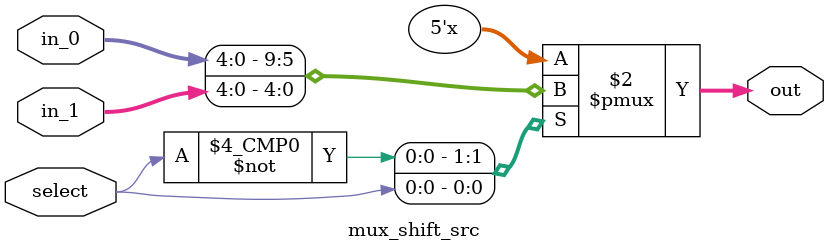
<source format=v>
module mux_shift_src(
    input wire [31:0] in_0, // shamt
    input wire [31:0] in_1, // reg
    input wire        select, //Controlado pelo ShiftSrc
    output reg [4:0]  out
);

always@(*)begin
    case (select)
        1'b0: out = in_0;
        1'b1: out = in_1;
    endcase
end
endmodule
</source>
